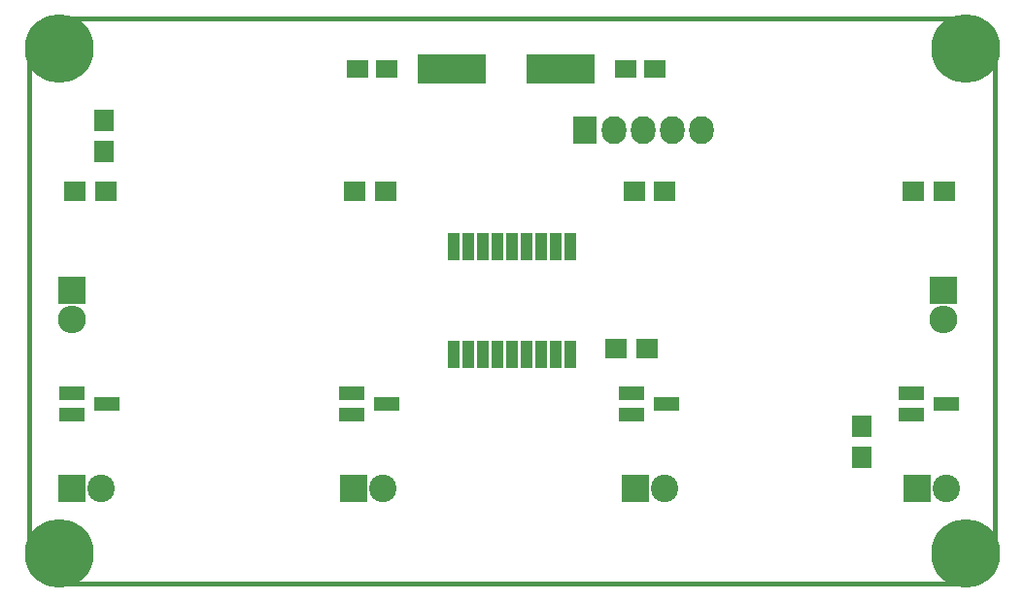
<source format=gbr>
G04 #@! TF.FileFunction,Soldermask,Top*
%FSLAX46Y46*%
G04 Gerber Fmt 4.6, Leading zero omitted, Abs format (unit mm)*
G04 Created by KiCad (PCBNEW 4.0.7) date Wednesday, July 11, 2018 'PMt' 04:07:28 PM*
%MOMM*%
%LPD*%
G01*
G04 APERTURE LIST*
%ADD10C,0.100000*%
%ADD11C,0.400000*%
%ADD12R,1.900000X1.650000*%
%ADD13R,2.400000X2.400000*%
%ADD14C,2.400000*%
%ADD15R,1.900000X1.700000*%
%ADD16R,2.432000X2.432000*%
%ADD17O,2.432000X2.432000*%
%ADD18R,2.127200X2.432000*%
%ADD19O,2.127200X2.432000*%
%ADD20R,2.300000X1.200000*%
%ADD21R,1.700000X1.900000*%
%ADD22R,1.000000X2.400000*%
%ADD23R,6.000000X2.500000*%
%ADD24C,6.000000*%
G04 APERTURE END LIST*
D10*
D11*
X40500000Y-75400000D02*
X119500000Y-75400000D01*
X40500000Y-124600000D02*
X119500000Y-124600000D01*
X37900000Y-78000000D02*
X37900000Y-122000000D01*
X122100000Y-78000000D02*
X122100000Y-122000000D01*
D12*
X69068000Y-79756000D03*
X66568000Y-79756000D03*
X89936000Y-79756000D03*
X92436000Y-79756000D03*
D13*
X41656000Y-116332000D03*
D14*
X44196000Y-116332000D03*
D13*
X66209333Y-116332000D03*
D14*
X68749333Y-116332000D03*
D13*
X90762666Y-116332000D03*
D14*
X93302666Y-116332000D03*
D13*
X115315999Y-116332000D03*
D14*
X117855999Y-116332000D03*
D15*
X41910000Y-90424000D03*
X44610000Y-90424000D03*
X66267333Y-90424000D03*
X68967333Y-90424000D03*
X90624666Y-90424000D03*
X93324666Y-90424000D03*
X114981999Y-90424000D03*
X117681999Y-90424000D03*
D16*
X41656000Y-99060000D03*
D17*
X41656000Y-101600000D03*
D18*
X86360000Y-85090000D03*
D19*
X88900000Y-85090000D03*
X91440000Y-85090000D03*
X93980000Y-85090000D03*
X96520000Y-85090000D03*
D16*
X117602000Y-99060000D03*
D17*
X117602000Y-101600000D03*
D20*
X41680000Y-108016000D03*
X41680000Y-109916000D03*
X44680000Y-108966000D03*
X66064000Y-108016000D03*
X66064000Y-109916000D03*
X69064000Y-108966000D03*
X90448000Y-108016000D03*
X90448000Y-109916000D03*
X93448000Y-108966000D03*
X114832000Y-108016000D03*
X114832000Y-109916000D03*
X117832000Y-108966000D03*
D21*
X44450000Y-84248000D03*
X44450000Y-86948000D03*
D22*
X74920000Y-104700000D03*
X76190000Y-104700000D03*
X77460000Y-104700000D03*
X78730000Y-104700000D03*
X80000000Y-104700000D03*
X81270000Y-104700000D03*
X82540000Y-104700000D03*
X83810000Y-104700000D03*
X85080000Y-104700000D03*
X85080000Y-95300000D03*
X83810000Y-95300000D03*
X82540000Y-95300000D03*
X81270000Y-95300000D03*
X80000000Y-95300000D03*
X78730000Y-95300000D03*
X77460000Y-95300000D03*
X76190000Y-95300000D03*
X74920000Y-95300000D03*
D23*
X74752000Y-79756000D03*
X84252000Y-79756000D03*
D24*
X40500000Y-78000000D03*
X40500000Y-122000000D03*
X119500000Y-78000000D03*
X119500000Y-122000000D03*
D15*
X91774000Y-104140000D03*
X89074000Y-104140000D03*
D21*
X110490000Y-113618000D03*
X110490000Y-110918000D03*
M02*

</source>
